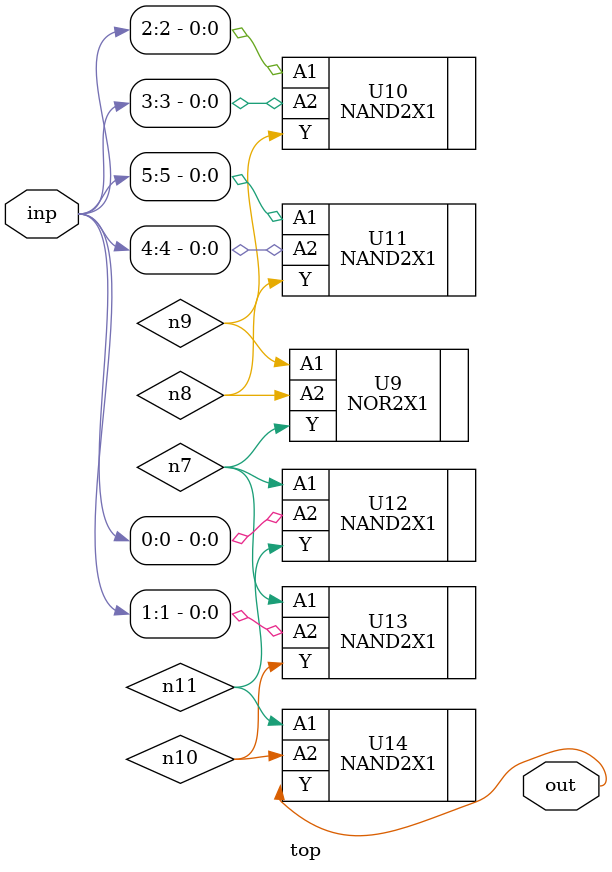
<source format=sv>


module top ( inp, out );
  input [5:0] inp;
  output out;
  wire   n7, n8, n9, n10, n11;

  NOR2X1 U9 ( .A1(n9), .A2(n8), .Y(n7) );
  NAND2X1 U10 ( .A1(inp[2]), .A2(inp[3]), .Y(n9) );
  NAND2X1 U11 ( .A1(inp[5]), .A2(inp[4]), .Y(n8) );
  NAND2X1 U12 ( .A1(n7), .A2(inp[0]), .Y(n11) );
  NAND2X1 U13 ( .A1(n7), .A2(inp[1]), .Y(n10) );
  NAND2X1 U14 ( .A1(n11), .A2(n10), .Y(out) );
endmodule


</source>
